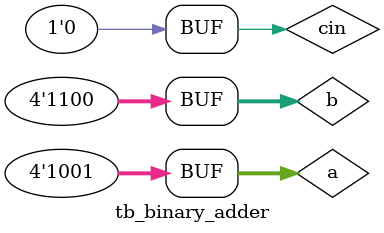
<source format=v>
module tb_binary_adder;
reg [3:0]a,b;
reg cin;
wire [3:0]sum;
wire cout;
binary_adder a1(a,b,cin,sum,cout);
initial
begin
a = 4'b 0000; b = 4'b 0000; cin = 1'b 0;
#5
a = 4'b 0001; b = 4'b 1000; cin = 1'b 0;
#5
a = 4'b 1001; b = 4'b 1100; cin = 1'b 0;
end
endmodule 
</source>
